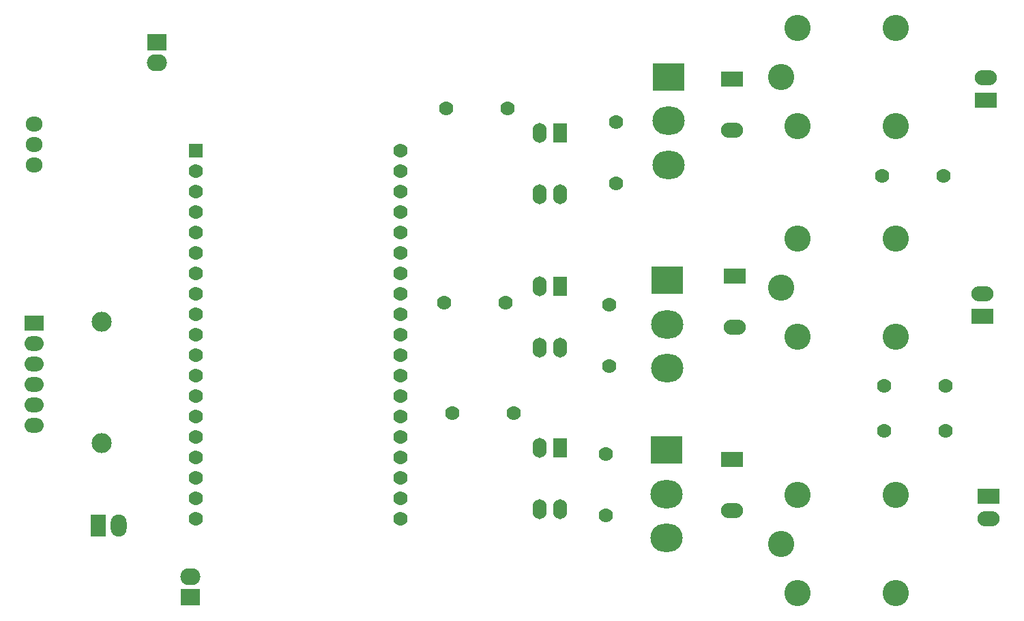
<source format=gbs>
G04*
G04 #@! TF.GenerationSoftware,Altium Limited,Altium Designer,23.1.1 (15)*
G04*
G04 Layer_Color=16711935*
%FSLAX44Y44*%
%MOMM*%
G71*
G04*
G04 #@! TF.SameCoordinates,A47405D4-D89A-42E2-AEA3-1D05694959E9*
G04*
G04*
G04 #@! TF.FilePolarity,Negative*
G04*
G01*
G75*
%ADD29C,1.7780*%
%ADD30C,1.7632*%
%ADD31R,1.7632X1.7632*%
%ADD32O,1.7272X2.4892*%
%ADD33R,1.7272X2.4892*%
%ADD34O,2.7432X1.8542*%
%ADD35C,3.2512*%
%ADD36R,2.7432X1.8542*%
%ADD37O,2.4892X2.1082*%
%ADD38R,2.4892X2.1082*%
%ADD39C,2.4892*%
%ADD40R,4.0132X3.5052*%
%ADD41O,4.0132X3.5052*%
%ADD42O,2.3622X1.8542*%
%ADD43R,2.3622X1.8542*%
%ADD44O,2.1082X1.8542*%
%ADD45O,1.9812X2.7432*%
%ADD46R,1.9812X2.7432*%
D29*
X664210Y267970D02*
D03*
X588010D02*
D03*
X654050Y405130D02*
D03*
X577850D02*
D03*
X656590Y646430D02*
D03*
X580390D02*
D03*
X1197610Y562610D02*
D03*
X1200150Y302260D02*
D03*
Y246380D02*
D03*
X1121410Y562610D02*
D03*
X1123950Y302260D02*
D03*
Y246380D02*
D03*
X778510Y217170D02*
D03*
Y140970D02*
D03*
X782320Y402590D02*
D03*
Y326390D02*
D03*
X791210Y629920D02*
D03*
Y553720D02*
D03*
D30*
X523240Y137160D02*
D03*
Y162560D02*
D03*
Y187960D02*
D03*
Y213360D02*
D03*
Y238760D02*
D03*
Y264160D02*
D03*
Y289560D02*
D03*
Y314960D02*
D03*
Y340360D02*
D03*
Y365760D02*
D03*
Y391160D02*
D03*
Y416560D02*
D03*
Y441960D02*
D03*
Y467360D02*
D03*
Y492760D02*
D03*
Y518160D02*
D03*
Y543560D02*
D03*
Y568960D02*
D03*
Y594360D02*
D03*
X269240Y162560D02*
D03*
Y187960D02*
D03*
Y213360D02*
D03*
Y238760D02*
D03*
Y264160D02*
D03*
Y289560D02*
D03*
Y314960D02*
D03*
Y340360D02*
D03*
Y365760D02*
D03*
Y391160D02*
D03*
Y416560D02*
D03*
Y441960D02*
D03*
Y467360D02*
D03*
Y492760D02*
D03*
Y518160D02*
D03*
Y543560D02*
D03*
Y137160D02*
D03*
Y568960D02*
D03*
D31*
Y594360D02*
D03*
D32*
X721360Y148590D02*
D03*
X695960D02*
D03*
Y224790D02*
D03*
X721360Y349250D02*
D03*
X695960D02*
D03*
Y425450D02*
D03*
X721360Y539750D02*
D03*
X695960D02*
D03*
Y615950D02*
D03*
D33*
X721360Y224790D02*
D03*
Y425450D02*
D03*
Y615950D02*
D03*
D34*
X1249680Y684530D02*
D03*
X1245870Y416560D02*
D03*
X1253490Y137160D02*
D03*
X934720Y147320D02*
D03*
X938530Y374650D02*
D03*
X934720Y619760D02*
D03*
D35*
X1137920Y624840D02*
D03*
Y363220D02*
D03*
X1138000Y44450D02*
D03*
X1015920Y485140D02*
D03*
X995920Y424180D02*
D03*
X1137920Y485140D02*
D03*
X1015920Y363220D02*
D03*
X1016000Y166370D02*
D03*
X996000Y105410D02*
D03*
X1138000Y166370D02*
D03*
X1016000Y44450D02*
D03*
X1015920Y746760D02*
D03*
X995920Y685800D02*
D03*
X1137920Y746760D02*
D03*
X1015920Y624840D02*
D03*
D36*
X1249680Y656590D02*
D03*
X1245870Y388620D02*
D03*
X1253490Y165100D02*
D03*
X934720Y210820D02*
D03*
X938530Y438150D02*
D03*
X934720Y683260D02*
D03*
D37*
X220980Y703580D02*
D03*
X262890Y64770D02*
D03*
D38*
X220980Y728980D02*
D03*
X262890Y39370D02*
D03*
D39*
X152400Y381140D02*
D03*
Y231140D02*
D03*
D40*
X853440Y222250D02*
D03*
X854710Y433070D02*
D03*
X855980Y685800D02*
D03*
D41*
X853440Y167640D02*
D03*
Y113030D02*
D03*
X854710Y323850D02*
D03*
Y378460D02*
D03*
X855980Y631190D02*
D03*
Y576580D02*
D03*
D42*
X68580Y278130D02*
D03*
Y354330D02*
D03*
Y328930D02*
D03*
Y303530D02*
D03*
Y252730D02*
D03*
D43*
Y379730D02*
D03*
D44*
Y626872D02*
D03*
Y601980D02*
D03*
Y576326D02*
D03*
D45*
X173990Y128270D02*
D03*
D46*
X148590D02*
D03*
M02*

</source>
